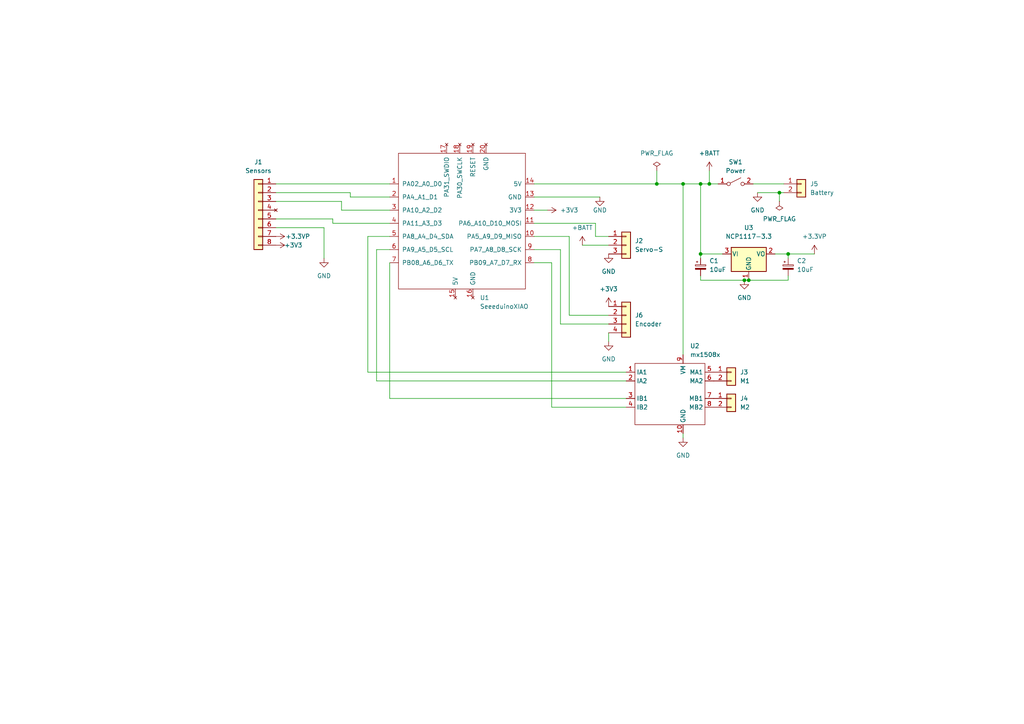
<source format=kicad_sch>
(kicad_sch (version 20211123) (generator eeschema)
  (paper "A4")
  (lib_symbols
    (symbol "Connector_Generic:Conn_01x02" (pin_names (offset 1.016) hide)
      (property "Reference" "J" (at 0 2.54 0))
      (property "Value" "Conn_01x02" (at 0 -5.08 0))
      (symbol "Conn_01x02_1_1"
        (rectangle (start -1.27 -2.413) (end 0 -2.667) (stroke (width 0.1524)))
        (rectangle (start -1.27 0.127) (end 0 -0.127) (stroke (width 0.1524)))
        (rectangle (start -1.27 1.27) (end 1.27 -3.81) (stroke (width 0.254)) (fill (type background)))
        (pin passive line (at -5.08 0 0) (length 3.81) (name "Pin_1") (number "1"))
        (pin passive line (at -5.08 -2.54 0) (length 3.81) (name "Pin_2") (number "2"))
      )
    )
    (symbol "Connector_Generic:Conn_01x03" (pin_names (offset 1.016) hide)
      (property "Reference" "J" (at 0 5.08 0))
      (property "Value" "Conn_01x03" (at 0 -5.08 0))
      (symbol "Conn_01x03_1_1"
        (rectangle (start -1.27 -2.413) (end 0 -2.667) (stroke (width 0.1524)))
        (rectangle (start -1.27 0.127) (end 0 -0.127) (stroke (width 0.1524)))
        (rectangle (start -1.27 2.667) (end 0 2.413) (stroke (width 0.1524)))
        (rectangle (start -1.27 3.81) (end 1.27 -3.81) (stroke (width 0.254)) (fill (type background)))
        (pin passive line (at -5.08 2.54 0) (length 3.81) (name "Pin_1") (number "1"))
        (pin passive line (at -5.08 0 0) (length 3.81) (name "Pin_2") (number "2"))
        (pin passive line (at -5.08 -2.54 0) (length 3.81) (name "Pin_3") (number "3"))
      )
    )
    (symbol "Connector_Generic:Conn_01x04" (pin_names (offset 1.016) hide)
      (property "Reference" "J" (at 0 5.08 0))
      (property "Value" "Conn_01x04" (at 0 -7.62 0))
      (symbol "Conn_01x04_1_1"
        (rectangle (start -1.27 -4.953) (end 0 -5.207) (stroke (width 0.1524)))
        (rectangle (start -1.27 -2.413) (end 0 -2.667) (stroke (width 0.1524)))
        (rectangle (start -1.27 0.127) (end 0 -0.127) (stroke (width 0.1524)))
        (rectangle (start -1.27 2.667) (end 0 2.413) (stroke (width 0.1524)))
        (rectangle (start -1.27 3.81) (end 1.27 -6.35) (stroke (width 0.254)) (fill (type background)))
        (pin passive line (at -5.08 2.54 0) (length 3.81) (name "Pin_1") (number "1"))
        (pin passive line (at -5.08 0 0) (length 3.81) (name "Pin_2") (number "2"))
        (pin passive line (at -5.08 -2.54 0) (length 3.81) (name "Pin_3") (number "3"))
        (pin passive line (at -5.08 -5.08 0) (length 3.81) (name "Pin_4") (number "4"))
      )
    )
    (symbol "Connector_Generic:Conn_01x08" (pin_names (offset 1.016) hide)
      (property "Reference" "J1" (at 0 13.97 0))
      (property "Value" "Conn_01x06" (at 0 11.43 0))
      (symbol "Conn_01x08_1_1"
        (rectangle (start -1.27 -10.033) (end 0 -10.287) (stroke (width 0.1524)))
        (rectangle (start -1.27 -7.493) (end 0 -7.747) (stroke (width 0.1524)))
        (rectangle (start -1.27 -4.953) (end 0 -5.207) (stroke (width 0.1524)))
        (rectangle (start -1.27 -2.413) (end 0 -2.667) (stroke (width 0.1524)))
        (rectangle (start -1.27 0.127) (end 0 -0.127) (stroke (width 0.1524)))
        (rectangle (start -1.27 2.667) (end 0 2.413) (stroke (width 0.1524)))
        (rectangle (start -1.27 5.207) (end 0 4.953) (stroke (width 0.1524)))
        (rectangle (start -1.27 7.747) (end 0 7.493) (stroke (width 0.1524)))
        (rectangle (start -1.27 8.89) (end 1.27 -11.43) (stroke (width 0.254)) (fill (type background)))
        (pin passive line (at -5.08 7.62 0) (length 3.81) (name "Pin_1") (number "1"))
        (pin passive line (at -5.08 5.08 0) (length 3.81) (name "Pin_2") (number "2"))
        (pin passive line (at -5.08 2.54 0) (length 3.81) (name "Pin_3") (number "3"))
        (pin no_connect line (at -5.08 0 0) (length 3.81) (name "Pin_4") (number "4"))
        (pin passive line (at -5.08 -2.54 0) (length 3.81) (name "Pin_5") (number "5"))
        (pin passive line (at -5.08 -5.08 0) (length 3.81) (name "Pin_6") (number "6"))
        (pin passive line (at -5.08 -7.62 0) (length 3.81) (name "Pin_7") (number "7"))
        (pin passive line (at -5.08 -10.16 0) (length 3.81) (name "Pin_8") (number "8"))
      )
    )
    (symbol "Device:C_Polarized_Small" (pin_numbers hide) (pin_names (offset 0.254) hide)
      (property "Reference" "C" (at 0.254 1.778 0))
      (property "Value" "C_Polarized_Small" (at 0.254 -2.032 0))
      (symbol "C_Polarized_Small_0_1"
        (rectangle (start -1.524 -0.3048) (end 1.524 -0.6858) (fill (type outline)))
        (rectangle (start -1.524 0.6858) (end 1.524 0.3048))
        (polyline (pts (xy -1.27 1.524) (xy -0.762 1.524)))
        (polyline (pts (xy -1.016 1.27) (xy -1.016 1.778)))
      )
      (symbol "C_Polarized_Small_1_1"
        (pin passive line (at 0 2.54 270) (length 1.8542) (name "~") (number "1"))
        (pin passive line (at 0 -2.54 90) (length 1.8542) (name "~") (number "2"))
      )
    )
    (symbol "MyMotorDrivers:mx1508x"
      (property "Reference" "U" (at 0 0 0))
      (property "Value" "mx1508x" (at 0 -3.81 0))
      (symbol "mx1508x_0_0"
        (pin input line (at -12.7 3.81 0) (length 2.54) (name "IA1") (number "1"))
        (pin power_in line (at 3.81 -13.97 90) (length 2.54) (name "GND") (number "10"))
        (pin input line (at -12.7 1.27 0) (length 2.54) (name "IA2") (number "2"))
        (pin input line (at -12.7 -3.81 0) (length 2.54) (name "IB1") (number "3"))
        (pin input line (at -12.7 -6.35 0) (length 2.54) (name "IB2") (number "4"))
        (pin output line (at 12.7 3.81 180) (length 2.54) (name "MA1") (number "5"))
        (pin output line (at 12.7 1.27 180) (length 2.54) (name "MA2") (number "6"))
        (pin output line (at 12.7 -3.81 180) (length 2.54) (name "MB1") (number "7"))
        (pin output line (at 12.7 -6.35 180) (length 2.54) (name "MB2") (number "8"))
        (pin power_in line (at 3.81 8.89 270) (length 2.54) (name "VM") (number "9"))
      )
      (symbol "mx1508x_0_1"
        (rectangle (start 10.16 -11.43) (end -10.16 6.35))
      )
    )
    (symbol "Regulator_Linear:NCP1117-3.3_SOT223" (pin_names (offset 0.254))
      (property "Reference" "U" (at -3.81 3.175 0))
      (property "Value" "NCP1117-3.3_SOT223" (at 0 3.175 0))
      (symbol "NCP1117-3.3_SOT223_0_1"
        (rectangle (start -5.08 -5.08) (end 5.08 1.905) (stroke (width 0.254)) (fill (type background)))
      )
      (symbol "NCP1117-3.3_SOT223_1_1"
        (pin power_in line (at 0 -7.62 90) (length 2.54) (name "GND") (number "1"))
        (pin power_out line (at 7.62 0 180) (length 2.54) (name "VO") (number "2"))
        (pin power_in line (at -7.62 0 0) (length 2.54) (name "VI") (number "3"))
      )
    )
    (symbol "SeeedStudio:SeeeduinoXIAO" (pin_names (offset 1.016))
      (property "Reference" "U1" (at 4.5594 -21.59 0))
      (property "Value" "SeeeduinoXIAO" (at 4.5594 -24.13 0))
      (symbol "SeeeduinoXIAO_0_1"
        (rectangle (start -19.05 20.32) (end 17.78 -19.05))
      )
      (symbol "SeeeduinoXIAO_1_1"
        (pin bidirectional line (at -21.59 11.43 0) (length 2.54) (name "PA02_A0_D0") (number "1"))
        (pin bidirectional line (at 20.32 -3.81 180) (length 2.54) (name "PA5_A9_D9_MISO") (number "10"))
        (pin bidirectional line (at 20.32 0 180) (length 2.54) (name "PA6_A10_D10_MOSI") (number "11"))
        (pin power_out line (at 20.32 3.81 180) (length 2.54) (name "3V3") (number "12"))
        (pin passive line (at 20.32 7.62 180) (length 2.54) (name "GND") (number "13"))
        (pin power_in line (at 20.32 11.43 180) (length 2.54) (name "5V") (number "14"))
        (pin no_connect line (at -2.54 -21.59 90) (length 2.54) (name "5V") (number "15"))
        (pin no_connect line (at 2.54 -21.59 90) (length 2.54) (name "GND") (number "16"))
        (pin no_connect line (at -5.08 22.86 270) (length 2.54) (name "PA31_SWDIO") (number "17"))
        (pin no_connect line (at -1.27 22.86 270) (length 2.54) (name "PA30_SWCLK") (number "18"))
        (pin no_connect line (at 2.54 22.86 270) (length 2.54) (name "RESET") (number "19"))
        (pin bidirectional line (at -21.59 7.62 0) (length 2.54) (name "PA4_A1_D1") (number "2"))
        (pin no_connect line (at 6.35 22.86 270) (length 2.54) (name "GND") (number "20"))
        (pin bidirectional line (at -21.59 3.81 0) (length 2.54) (name "PA10_A2_D2") (number "3"))
        (pin bidirectional line (at -21.59 0 0) (length 2.54) (name "PA11_A3_D3") (number "4"))
        (pin bidirectional line (at -21.59 -3.81 0) (length 2.54) (name "PA8_A4_D4_SDA") (number "5"))
        (pin bidirectional line (at -21.59 -7.62 0) (length 2.54) (name "PA9_A5_D5_SCL") (number "6"))
        (pin bidirectional line (at -21.59 -11.43 0) (length 2.54) (name "PB08_A6_D6_TX") (number "7"))
        (pin bidirectional line (at 20.32 -11.43 180) (length 2.54) (name "PB09_A7_D7_RX") (number "8"))
        (pin bidirectional line (at 20.32 -7.62 180) (length 2.54) (name "PA7_A8_D8_SCK") (number "9"))
      )
    )
    (symbol "Switch:SW_SPST" (pin_names (offset 0) hide)
      (property "Reference" "SW" (at 0 3.175 0))
      (property "Value" "SW_SPST" (at 0 -2.54 0))
      (symbol "SW_SPST_0_0"
        (circle (center -2.032 0) (radius 0.508))
        (polyline (pts (xy -1.524 0.254) (xy 1.524 1.778)))
        (circle (center 2.032 0) (radius 0.508))
      )
      (symbol "SW_SPST_1_1"
        (pin passive line (at -5.08 0 0) (length 2.54) (name "A") (number "1"))
        (pin passive line (at 5.08 0 180) (length 2.54) (name "B") (number "2"))
      )
    )
    (symbol "power:+3.3V" (power) (pin_names (offset 0))
      (property "Value" "+3.3V" (at 0 3.556 0))
      (symbol "+3.3V_0_1"
        (polyline (pts (xy -0.762 1.27) (xy 0 2.54)))
        (polyline (pts (xy 0 0) (xy 0 2.54)))
        (polyline (pts (xy 0 2.54) (xy 0.762 1.27)))
      )
      (symbol "+3.3V_1_1"
        (pin power_in line (at 0 0 90) (length 0) hide (name "+3V3") (number "1"))
      )
    )
    (symbol "power:+3.3VP" (power) (pin_names (offset 0))
      (property "Value" "+3.3VP" (at 0 2.54 0))
      (symbol "+3.3VP_0_0"
        (pin power_in line (at 0 0 90) (length 0) hide (name "+3.3VP") (number "1"))
      )
      (symbol "+3.3VP_0_1"
        (polyline (pts (xy -0.762 1.27) (xy 0 2.54)))
        (polyline (pts (xy 0 0) (xy 0 2.54)))
        (polyline (pts (xy 0 2.54) (xy 0.762 1.27)))
      )
    )
    (symbol "power:+BATT" (power) (pin_names (offset 0))
      (property "Value" "+BATT" (at 0 3.556 0))
      (symbol "+BATT_0_1"
        (polyline (pts (xy -0.762 1.27) (xy 0 2.54)))
        (polyline (pts (xy 0 0) (xy 0 2.54)))
        (polyline (pts (xy 0 2.54) (xy 0.762 1.27)))
      )
      (symbol "+BATT_1_1"
        (pin power_in line (at 0 0 90) (length 0) hide (name "+BATT") (number "1"))
      )
    )
    (symbol "power:GND" (power) (pin_names (offset 0))
      (property "Value" "GND" (at 0 -3.81 0))
      (symbol "GND_0_1"
        (polyline (pts (xy 0 0) (xy 0 -1.27) (xy 1.27 -1.27) (xy 0 -2.54) (xy -1.27 -1.27) (xy 0 -1.27)))
      )
      (symbol "GND_1_1"
        (pin power_in line (at 0 0 270) (length 0) hide (name "GND") (number "1"))
      )
    )
    (symbol "power:PWR_FLAG" (power) (pin_numbers hide) (pin_names (offset 0) hide)
      (property "Value" "PWR_FLAG" (at 0 3.81 0))
      (symbol "PWR_FLAG_0_0"
        (pin power_out line (at 0 0 90) (length 0) (name "pwr") (number "1"))
      )
      (symbol "PWR_FLAG_0_1"
        (polyline (pts (xy 0 0) (xy 0 1.27) (xy -1.016 1.905) (xy 0 2.54) (xy 1.016 1.905) (xy 0 1.27)))
      )
    )
  )
  (junction (at 217.17 81.28))
  (junction (at 205.74 53.34))
  (junction (at 203.2 73.66))
  (junction (at 203.2 53.34))
  (junction (at 190.5 53.34))
  (junction (at 226.06 55.88))
  (junction (at 215.9 81.28))
  (junction (at 198.12 53.34))
  (junction (at 228.6 73.66))
  (wire (pts (xy 154.94 57.15) (xy 173.99 57.15)))
  (wire (pts (xy 80.01 63.5) (xy 96.52 63.5)))
  (wire (pts (xy 101.6 57.15) (xy 113.03 57.15)))
  (wire (pts (xy 80.01 58.42) (xy 99.06 58.42)))
  (wire (pts (xy 228.6 73.66) (xy 236.22 73.66)))
  (wire (pts (xy 190.5 53.34) (xy 198.12 53.34)))
  (wire (pts (xy 154.94 53.34) (xy 190.5 53.34)))
  (wire (pts (xy 203.2 73.66) (xy 209.55 73.66)))
  (wire (pts (xy 80.01 66.04) (xy 93.98 66.04)))
  (wire (pts (xy 228.6 80.01) (xy 228.6 81.28)))
  (wire (pts (xy 208.28 53.34) (xy 205.74 53.34)))
  (wire (pts (xy 203.2 74.93) (xy 203.2 73.66)))
  (wire (pts (xy 162.56 72.39) (xy 162.56 93.98)))
  (wire (pts (xy 227.33 55.88) (xy 226.06 55.88)))
  (wire (pts (xy 106.68 107.95) (xy 181.61 107.95)))
  (wire (pts (xy 160.02 76.2) (xy 160.02 118.11)))
  (wire (pts (xy 176.53 68.58) (xy 172.72 68.58)))
  (wire (pts (xy 198.12 53.34) (xy 203.2 53.34)))
  (wire (pts (xy 198.12 125.73) (xy 198.12 127)))
  (wire (pts (xy 113.03 68.58) (xy 106.68 68.58)))
  (wire (pts (xy 203.2 53.34) (xy 203.2 73.66)))
  (wire (pts (xy 154.94 72.39) (xy 162.56 72.39)))
  (wire (pts (xy 109.22 72.39) (xy 109.22 110.49)))
  (wire (pts (xy 99.06 60.96) (xy 113.03 60.96)))
  (wire (pts (xy 154.94 60.96) (xy 158.75 60.96)))
  (wire (pts (xy 224.79 73.66) (xy 228.6 73.66)))
  (wire (pts (xy 80.01 53.34) (xy 113.03 53.34)))
  (wire (pts (xy 165.1 91.44) (xy 176.53 91.44)))
  (wire (pts (xy 160.02 118.11) (xy 181.61 118.11)))
  (wire (pts (xy 96.52 64.77) (xy 96.52 63.5)))
  (wire (pts (xy 203.2 80.01) (xy 203.2 81.28)))
  (wire (pts (xy 154.94 64.77) (xy 172.72 64.77)))
  (wire (pts (xy 203.2 53.34) (xy 205.74 53.34)))
  (wire (pts (xy 162.56 93.98) (xy 176.53 93.98)))
  (wire (pts (xy 190.5 49.53) (xy 190.5 53.34)))
  (wire (pts (xy 226.06 55.88) (xy 226.06 58.42)))
  (wire (pts (xy 99.06 60.96) (xy 99.06 58.42)))
  (wire (pts (xy 154.94 68.58) (xy 165.1 68.58)))
  (wire (pts (xy 80.01 55.88) (xy 101.6 55.88)))
  (wire (pts (xy 228.6 74.93) (xy 228.6 73.66)))
  (wire (pts (xy 215.9 81.28) (xy 203.2 81.28)))
  (wire (pts (xy 205.74 53.34) (xy 205.74 49.53)))
  (wire (pts (xy 218.44 53.34) (xy 227.33 53.34)))
  (wire (pts (xy 113.03 115.57) (xy 181.61 115.57)))
  (wire (pts (xy 160.02 76.2) (xy 154.94 76.2)))
  (wire (pts (xy 198.12 53.34) (xy 198.12 102.87)))
  (wire (pts (xy 93.98 66.04) (xy 93.98 74.93)))
  (wire (pts (xy 96.52 64.77) (xy 113.03 64.77)))
  (wire (pts (xy 106.68 68.58) (xy 106.68 107.95)))
  (wire (pts (xy 168.91 71.12) (xy 176.53 71.12)))
  (wire (pts (xy 217.17 81.28) (xy 215.9 81.28)))
  (wire (pts (xy 228.6 81.28) (xy 217.17 81.28)))
  (wire (pts (xy 101.6 57.15) (xy 101.6 55.88)))
  (wire (pts (xy 172.72 68.58) (xy 172.72 64.77)))
  (wire (pts (xy 109.22 110.49) (xy 181.61 110.49)))
  (wire (pts (xy 165.1 68.58) (xy 165.1 91.44)))
  (wire (pts (xy 113.03 76.2) (xy 113.03 115.57)))
  (wire (pts (xy 113.03 72.39) (xy 109.22 72.39)))
  (wire (pts (xy 226.06 55.88) (xy 219.71 55.88)))
  (wire (pts (xy 176.53 96.52) (xy 176.53 99.06)))
  (symbol (lib_id "Connector_Generic:Conn_01x03") (at 181.61 71.12 0) (unit 1)
    (property "Reference" "J2" (at 184.15 69.8499 0) (effects (justify left)))
    (property "Value" "Servo-S" (at 184.15 72.3899 0) (effects (justify left)))
    (property "Footprint" "Connector_PinHeader_2.54mm:PinHeader_1x03_P2.54mm_Vertical" (effects hide))
  )
  (symbol (lib_id "Connector_Generic:Conn_01x02") (at 212.09 107.95 0) (unit 1)
    (property "Reference" "J3" (at 214.63 107.9499 0) (effects (justify left)))
    (property "Value" "M1" (at 214.63 110.4899 0) (effects (justify left)))
    (property "Footprint" "Connector_PinHeader_1.27mm:PinHeader_1x02_P1.27mm_Vertical" (effects hide))
  )
  (symbol (lib_id "Connector_Generic:Conn_01x04") (at 181.61 91.44 0) (unit 1)
    (property "Reference" "J6" (at 184.15 91.4399 0) (effects (justify left)))
    (property "Value" "Encoder" (at 184.15 93.9799 0) (effects (justify left)))
    (property "Footprint" "Connector_JST:JST_PH_B4B-PH-K_1x04_P2.00mm_Vertical" (effects hide))
  )
  (symbol (lib_id "power:GND") (at 215.9 81.28 0) (unit 1)
    (property "Reference" "#PWR010" (effects hide))
    (property "Value" "GND" (at 215.9 86.36 0))
  )
  (symbol (lib_id "power:GND") (at 173.99 57.15 0) (unit 1)
    (property "Reference" "#PWR05" (effects hide))
    (property "Value" "GND" (at 173.99 60.96 0))
  )
  (symbol (lib_id "SeeedStudio:SeeeduinoXIAO") (at 134.62 64.77 0) (unit 1)
    (property "Reference" "U1" (at 139.1794 86.36 0) (effects (justify left)))
    (property "Value" "SeeeduinoXIAO" (at 139.1794 88.9 0) (effects (justify left)))
    (property "Footprint" "SeeedStudio:Seeeduino XIAO-MOUDLE-THP-14P-2.54-21X17.8MM" (effects hide))
  )
  (symbol (lib_id "power:+3.3V") (at 176.53 88.9 0) (unit 1)
    (property "Reference" "#PWR0101" (effects hide))
    (property "Value" "+3.3V" (at 176.53 83.82 0))
  )
  (symbol (lib_id "Regulator_Linear:NCP1117-3.3_SOT223") (at 217.17 73.66 0) (unit 1)
    (property "Reference" "U3" (at 217.17 66.04 0))
    (property "Value" "NCP1117-3.3" (at 217.17 68.58 0))
    (property "Footprint" "Package_TO_SOT_SMD:SOT-223-3_TabPin2" (effects hide))
    (property "Datasheet" "http://www.onsemi.com/pub_link/Collateral/NCP1117-D.PDF" (effects hide))
  )
  (symbol (lib_id "Connector_Generic:Conn_01x02") (at 212.09 115.57 0) (unit 1)
    (property "Reference" "J4" (at 214.63 115.5699 0) (effects (justify left)))
    (property "Value" "M2" (at 214.63 118.1099 0) (effects (justify left)))
    (property "Footprint" "Connector_PinHeader_1.27mm:PinHeader_1x02_P1.27mm_Vertical" (effects hide))
  )
  (symbol (lib_id "power:+3.3V") (at 158.75 60.96 270) (unit 1)
    (property "Reference" "#PWR07" (effects hide))
    (property "Value" "+3.3V" (at 165.1 60.96 90))
  )
  (symbol (lib_id "Connector_Generic:Conn_01x02") (at 232.41 53.34 0) (unit 1)
    (property "Reference" "J5" (at 234.95 53.3399 0) (effects (justify left)))
    (property "Value" "Battery" (at 234.95 55.8799 0) (effects (justify left)))
    (property "Footprint" "Connector_Molex:Molex_KK-254_AE-6410-02A_1x02_P2.54mm_Vertical" (effects hide))
  )
  (symbol (lib_id "Device:C_Polarized_Small") (at 203.2 77.47 0) (unit 1)
    (property "Reference" "C1" (at 205.74 75.6538 0) (effects (justify left)))
    (property "Value" "10uF" (at 205.74 78.1938 0) (effects (justify left)))
    (property "Footprint" "Capacitor_THT:CP_Radial_D4.0mm_P1.50mm" (effects hide))
  )
  (symbol (lib_id "power:GND") (at 176.53 99.06 0) (unit 1)
    (property "Reference" "#PWR0102" (effects hide))
    (property "Value" "GND" (at 176.53 104.14 0))
  )
  (symbol (lib_id "Connector_Generic:Conn_01x08") (at 74.93 60.96 0) (mirror y) (unit 1)
    (property "Reference" "J1" (at 74.93 46.99 0))
    (property "Value" "Sensors" (at 74.93 49.53 0))
    (property "Footprint" "Connector_JST:JST_PH_S8B-PH-K_1x08_P2.00mm_Horizontal" (effects hide))
  )
  (symbol (lib_id "power:+BATT") (at 205.74 49.53 0) (unit 1)
    (property "Reference" "#PWR09" (effects hide))
    (property "Value" "+BATT" (at 205.74 44.45 0))
  )
  (symbol (lib_id "power:PWR_FLAG") (at 190.5 49.53 0) (unit 1)
    (property "Reference" "#FLG01" (effects hide))
    (property "Value" "PWR_FLAG" (at 190.5 44.45 0))
  )
  (symbol (lib_id "power:GND") (at 219.71 55.88 0) (unit 1)
    (property "Reference" "#PWR011" (effects hide))
    (property "Value" "GND" (at 219.71 60.96 0))
  )
  (symbol (lib_id "power:+BATT") (at 168.91 71.12 0) (unit 1)
    (property "Reference" "#PWR04" (effects hide))
    (property "Value" "+BATT" (at 168.91 66.04 0))
  )
  (symbol (lib_id "power:GND") (at 198.12 127 0) (unit 1)
    (property "Reference" "#PWR08" (effects hide))
    (property "Value" "GND" (at 198.12 132.08 0))
  )
  (symbol (lib_id "power:GND") (at 93.98 74.93 0) (unit 1)
    (property "Reference" "#PWR03" (effects hide))
    (property "Value" "GND" (at 93.98 80.01 0))
  )
  (symbol (lib_id "power:+3.3VP") (at 236.22 73.66 0) (unit 1)
    (property "Reference" "#PWR012" (effects hide))
    (property "Value" "+3.3VP" (at 236.22 68.58 0))
  )
  (symbol (lib_id "power:PWR_FLAG") (at 226.06 58.42 180) (unit 1)
    (property "Reference" "#FLG0101" (effects hide))
    (property "Value" "PWR_FLAG" (at 226.06 63.5 0))
  )
  (symbol (lib_id "power:+3.3VP") (at 80.01 68.58 270) (unit 1)
    (property "Reference" "#PWR01" (effects hide))
    (property "Value" "+3.3VP" (at 86.36 68.58 90))
  )
  (symbol (lib_id "MyMotorDrivers:mx1508x") (at 194.31 111.76 0) (unit 1)
    (property "Reference" "U2" (at 200.1394 100.33 0) (effects (justify left)))
    (property "Value" "mx1508x" (at 200.1394 102.87 0) (effects (justify left)))
    (property "Footprint" "MyMotorDrivers:mx1508x" (effects hide))
  )
  (symbol (lib_id "power:GND") (at 176.53 73.66 0) (unit 1)
    (property "Reference" "#PWR06" (effects hide))
    (property "Value" "GND" (at 176.53 78.74 0))
  )
  (symbol (lib_id "Switch:SW_SPST") (at 213.36 53.34 0) (unit 1)
    (property "Reference" "SW1" (at 213.36 46.99 0))
    (property "Value" "Power" (at 213.36 49.53 0))
    (property "Footprint" "MyPassives:SW_Slide_1P1T_Power-Neil" (effects hide))
  )
  (symbol (lib_id "Device:C_Polarized_Small") (at 228.6 77.47 0) (unit 1)
    (property "Reference" "C2" (at 231.14 75.6538 0) (effects (justify left)))
    (property "Value" "10uF" (at 231.14 78.1938 0) (effects (justify left)))
    (property "Footprint" "Capacitor_THT:CP_Radial_D4.0mm_P1.50mm" (effects hide))
  )
  (symbol (lib_id "power:+3.3V") (at 80.01 71.12 270) (unit 1)
    (property "Reference" "#PWR02" (effects hide))
    (property "Value" "+3.3V" (at 85.09 71.12 90))
  )
)
</source>
